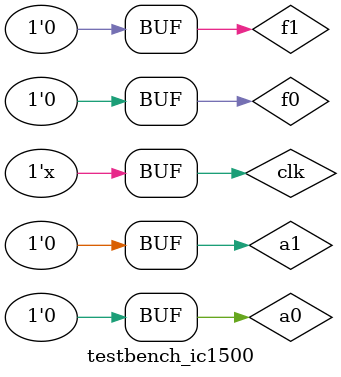
<source format=v>
`timescale 1ns / 1ps

module testbench_ic1500;

	// Inputs
	reg a0;
	reg f0;
	reg a1;
	reg f1;
	reg clk;

	// Outputs
	wire q0;
	wire q1;
	wire y;

	// Instantiate the Unit Under Test (UUT)
	ic1500 uut (
		.a0(a0), 
		.f0(f0), 
		.a1(a1), 
		.f1(f1), 
		.clk(clk), 
		.q0(q0), 
		.q1(q1), 
		.y(y)
	);
    // At 5, 15, 25, .. clk will change 1->0 
    // At 10, 20, 30, .. clk will change 0->1
    initial clk = 1;
	always #5 clk = ~clk;
    
	initial begin
		// Initialize Inputs
		a0 = 0;
		f0 = 0;
		a1 = 0;
		f1 = 0;

		// Wait 5 ns for global reset to finish
		#5;
        
		// Add stimulus here
		
	end
      
endmodule



</source>
